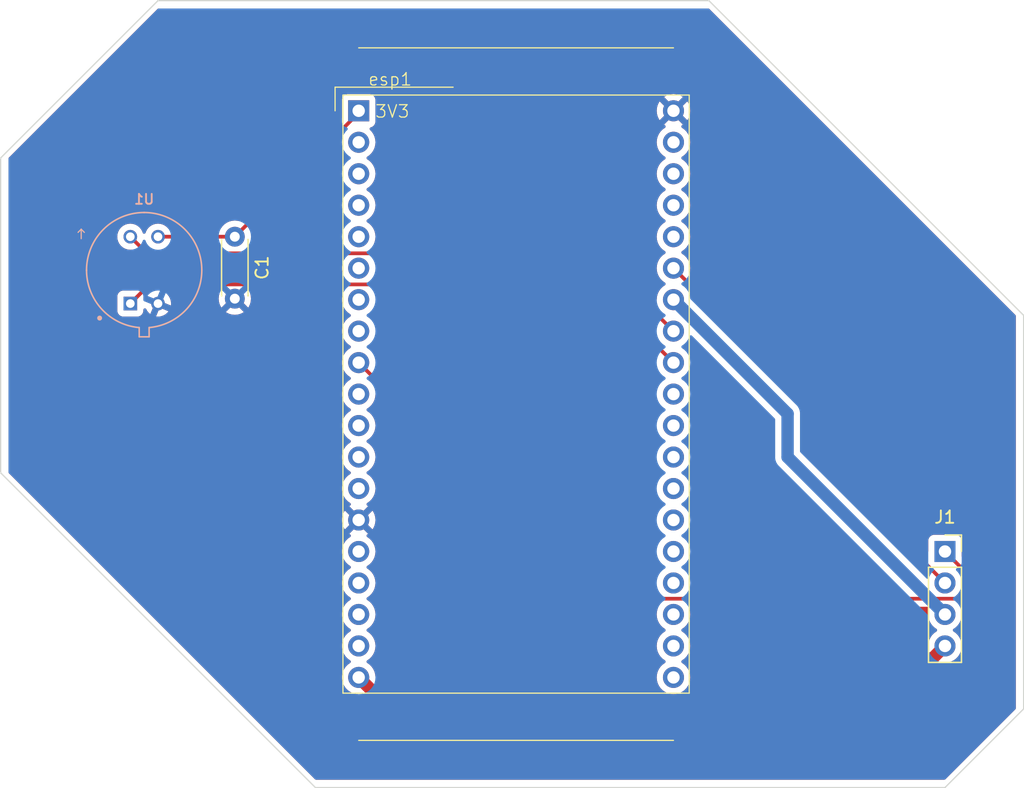
<source format=kicad_pcb>
(kicad_pcb (version 20221018) (generator pcbnew)
  (layers (0 "F.Cu" signal) (31 "B.Cu" signal) (34 "B.Paste" user) (35 "F.Paste" user) (36 "B.SilkS" user "B.Silkscreen") (37 "F.SilkS" user "F.Silkscreen") (38 "B.Mask" user) (39 "F.Mask" user) (44 "Edge.Cuts" user))
  (net 0 "")
  (net 1 "+3.3V")
  (net 2 "GND")
  (net 3 "MLX_SCL")
  (net 4 "MLX_SDA")
  (net 5 "BatteryLevel")
  (net 6 "BatteryLatch")
  (net 7 "GND1")
  (net 8 "+5V")
  (footprint "Library:AZdelivery_nodemcu_esp32" (layer "F.Cu") (at 139.7 83.82)
    (fp_text reference "esp1" (at -10.16 -22.86 unlocked) (layer "F.SilkS") (effects (font (thickness 0.1))))
    (fp_text value "~")
    (fp_text user "3V3" (at -11.43 -19.685 unlocked) (layer "F.SilkS") (effects (font (thickness 0.1)) (justify left bottom)))
    (fp_line (start -14.605 -22.225) (end -14.605 -20.32) (stroke (width 0.1)) (layer "F.SilkS"))
    (fp_line (start -13.97 -21.59) (end -13.97 26.67) (stroke (width 0.1)) (layer "F.SilkS"))
    (fp_line (start -13.97 26.67) (end 13.97 26.67) (stroke (width 0.1)) (layer "F.SilkS"))
    (fp_line (start -5.08 -22.225) (end -14.605 -22.225) (stroke (width 0.1)) (layer "F.SilkS"))
    (fp_line (start 12.7 -25.4) (end -12.7 -25.4) (stroke (width 0.1)) (layer "F.SilkS"))
    (fp_line (start 12.7 30.48) (end -12.7 30.48) (stroke (width 0.1)) (layer "F.SilkS"))
    (fp_line (start 13.97 -21.59) (end -13.97 -21.59) (stroke (width 0.1)) (layer "F.SilkS"))
    (fp_line (start 13.97 26.67) (end 13.97 -21.59) (stroke (width 0.1)) (layer "F.SilkS"))
    (pad "1" thru_hole rect (at -12.7 -20.32) (size 1.7 1.7) (drill 1) (layers "*.Cu" "*.Mask") (net 1 "+3.3V"))
    (pad "2" thru_hole circle (at -12.7 -17.78) (size 1.7 1.7) (drill 1) (layers "*.Cu" "*.Mask"))
    (pad "3" thru_hole circle (at -12.7 -15.24) (size 1.7 1.7) (drill 1) (layers "*.Cu" "*.Mask"))
    (pad "4" thru_hole circle (at -12.7 -12.7) (size 1.7 1.7) (drill 1) (layers "*.Cu" "*.Mask"))
    (pad "5" thru_hole circle (at -12.7 -10.16) (size 1.7 1.7) (drill 1) (layers "*.Cu" "*.Mask"))
    (pad "6" thru_hole circle (at -12.7 -7.62) (size 1.7 1.7) (drill 1) (layers "*.Cu" "*.Mask"))
    (pad "7" thru_hole circle (at -12.7 -5.08) (size 1.7 1.7) (drill 1) (layers "*.Cu" "*.Mask"))
    (pad "8" thru_hole circle (at -12.7 -2.54) (size 1.7 1.7) (drill 1) (layers "*.Cu" "*.Mask"))
    (pad "9" thru_hole circle (at -12.7 0) (size 1.7 1.7) (drill 1) (layers "*.Cu" "*.Mask") (net 5 "BatteryLevel"))
    (pad "10" thru_hole circle (at -12.7 2.54) (size 1.7 1.7) (drill 1) (layers "*.Cu" "*.Mask"))
    (pad "11" thru_hole circle (at -12.7 5.08) (size 1.7 1.7) (drill 1) (layers "*.Cu" "*.Mask"))
    (pad "12" thru_hole circle (at -12.7 7.62) (size 1.7 1.7) (drill 1) (layers "*.Cu" "*.Mask"))
    (pad "13" thru_hole circle (at -12.7 10.16) (size 1.7 1.7) (drill 1) (layers "*.Cu" "*.Mask"))
    (pad "14" thru_hole circle (at -12.7 12.7) (size 1.7 1.7) (drill 1) (layers "*.Cu" "*.Mask") (net 2 "GND"))
    (pad "15" thru_hole circle (at -12.7 15.24) (size 1.7 1.7) (drill 1) (layers "*.Cu" "*.Mask"))
    (pad "16" thru_hole circle (at -12.7 17.78) (size 1.7 1.7) (drill 1) (layers "*.Cu" "*.Mask"))
    (pad "17" thru_hole circle (at -12.7 20.32) (size 1.7 1.7) (drill 1) (layers "*.Cu" "*.Mask"))
    (pad "18" thru_hole circle (at -12.7 22.86) (size 1.7 1.7) (drill 1) (layers "*.Cu" "*.Mask"))
    (pad "19" thru_hole circle (at -12.7 25.4) (size 1.7 1.7) (drill 1) (layers "*.Cu" "*.Mask") (net 8 "+5V"))
    (pad "20" thru_hole circle (at 12.7 -20.32) (size 1.7 1.7) (drill 1) (layers "*.Cu" "*.Mask") (net 2 "GND"))
    (pad "21" thru_hole circle (at 12.7 -17.78) (size 1.7 1.7) (drill 1) (layers "*.Cu" "*.Mask"))
    (pad "22" thru_hole circle (at 12.7 -15.24) (size 1.7 1.7) (drill 1) (layers "*.Cu" "*.Mask"))
    (pad "23" thru_hole circle (at 12.7 -12.7) (size 1.7 1.7) (drill 1) (layers "*.Cu" "*.Mask"))
    (pad "24" thru_hole circle (at 12.7 -10.16) (size 1.7 1.7) (drill 1) (layers "*.Cu" "*.Mask"))
    (pad "25" thru_hole circle (at 12.7 -7.62) (size 1.7 1.7) (drill 1) (layers "*.Cu" "*.Mask") (net 6 "BatteryLatch"))
    (pad "26" thru_hole circle (at 12.7 -5.08) (size 1.7 1.7) (drill 1) (layers "*.Cu" "*.Mask") (net 7 "GND1"))
    (pad "27" thru_hole circle (at 12.7 -2.54) (size 1.7 1.7) (drill 1) (layers "*.Cu" "*.Mask") (net 4 "MLX_SDA"))
    (pad "28" thru_hole circle (at 12.7 0) (size 1.7 1.7) (drill 1) (layers "*.Cu" "*.Mask") (net 3 "MLX_SCL"))
    (pad "29" thru_hole circle (at 12.7 2.54) (size 1.7 1.7) (drill 1) (layers "*.Cu" "*.Mask"))
    (pad "30" thru_hole circle (at 12.7 5.08) (size 1.7 1.7) (drill 1) (layers "*.Cu" "*.Mask"))
    (pad "31" thru_hole circle (at 12.7 7.62) (size 1.7 1.7) (drill 1) (layers "*.Cu" "*.Mask"))
    (pad "32" thru_hole circle (at 12.7 10.16) (size 1.7 1.7) (drill 1) (layers "*.Cu" "*.Mask"))
    (pad "33" thru_hole circle (at 12.7 12.7) (size 1.7 1.7) (drill 1) (layers "*.Cu" "*.Mask"))
    (pad "34" thru_hole circle (at 12.7 15.24) (size 1.7 1.7) (drill 1) (layers "*.Cu" "*.Mask"))
    (pad "35" thru_hole circle (at 12.7 17.78) (size 1.7 1.7) (drill 1) (layers "*.Cu" "*.Mask"))
    (pad "36" thru_hole circle (at 12.7 20.32) (size 1.7 1.7) (drill 1) (layers "*.Cu" "*.Mask"))
    (pad "37" thru_hole circle (at 12.7 22.86) (size 1.7 1.7) (drill 1) (layers "*.Cu" "*.Mask"))
    (pad "38" thru_hole circle (at 12.7 25.4) (size 1.7 1.7) (drill 1) (layers "*.Cu" "*.Mask"))
  )
  (footprint "Connector_PinSocket_2.54mm:PinSocket_1x04_P2.54mm_Vertical" (layer "F.Cu") (at 174.3075 99.06)
    (fp_text reference "J1" (at 0 -2.77) (layer "F.SilkS"))
    (fp_text value "Conn_01x04")
    (fp_line (start -1.33 1.27) (end -1.33 8.95) (stroke (width 0.12)) (layer "F.SilkS"))
    (fp_line (start -1.33 1.27) (end 1.33 1.27) (stroke (width 0.12)) (layer "F.SilkS"))
    (fp_line (start -1.33 8.95) (end 1.33 8.95) (stroke (width 0.12)) (layer "F.SilkS"))
    (fp_line (start 0 -1.33) (end 1.33 -1.33) (stroke (width 0.12)) (layer "F.SilkS"))
    (fp_line (start 1.33 -1.33) (end 1.33 0) (stroke (width 0.12)) (layer "F.SilkS"))
    (fp_line (start 1.33 1.27) (end 1.33 8.95) (stroke (width 0.12)) (layer "F.SilkS"))
    (pad "1" thru_hole rect (at 0 0) (size 1.7 1.7) (drill 1) (layers "*.Cu" "*.Mask") (net 5 "BatteryLevel"))
    (pad "2" thru_hole oval (at 0 2.54) (size 1.7 1.7) (drill 1) (layers "*.Cu" "*.Mask") (net 6 "BatteryLatch"))
    (pad "3" thru_hole oval (at 0 5.08) (size 1.7 1.7) (drill 1) (layers "*.Cu" "*.Mask") (net 7 "GND1"))
    (pad "4" thru_hole oval (at 0 7.62) (size 1.7 1.7) (drill 1) (layers "*.Cu" "*.Mask") (net 8 "+5V"))
  )
  (footprint "Capacitor_THT:C_Disc_D4.3mm_W1.9mm_P5.00mm" (layer "F.Cu") (at 117.004934 73.66 -90)
    (fp_text reference "C1" (at 2.5 -2.2 90) (layer "F.SilkS"))
    (fp_text value "C_Polarized")
    (fp_line (start 0.23 -1.07) (end 0.23 -1.055) (stroke (width 0.12)) (layer "F.SilkS"))
    (fp_line (start 0.23 -1.07) (end 4.77 -1.07) (stroke (width 0.12)) (layer "F.SilkS"))
    (fp_line (start 0.23 1.055) (end 0.23 1.07) (stroke (width 0.12)) (layer "F.SilkS"))
    (fp_line (start 0.23 1.07) (end 4.77 1.07) (stroke (width 0.12)) (layer "F.SilkS"))
    (fp_line (start 4.77 -1.07) (end 4.77 -1.055) (stroke (width 0.12)) (layer "F.SilkS"))
    (fp_line (start 4.77 1.055) (end 4.77 1.07) (stroke (width 0.12)) (layer "F.SilkS"))
    (pad "1" thru_hole circle (at 0 0 270) (size 1.6 1.6) (drill 0.8) (layers "*.Cu" "*.Mask") (net 1 "+3.3V"))
    (pad "2" thru_hole circle (at 5 0 270) (size 1.6 1.6) (drill 0.8) (layers "*.Cu" "*.Mask") (net 2 "GND"))
  )
  (footprint "Library:TO292P930H600-4" (layer "B.Cu") (at 109.690066 76.357725 180)
    (fp_text reference "U1" (at 0 5.715) (layer "B.SilkS") (effects (font (size 0.8 0.8)) (justify mirror)))
    (fp_text value "MLX90621ESF-BAB-000-SP")
    (fp_line (start -0.400003 -5.379993) (end 0.400001 -5.380002) (stroke (width 0.127)) (layer "B.SilkS"))
    (fp_line (start -0.400002 -4.6335) (end -0.400003 -5.379993) (stroke (width 0.127)) (layer "B.SilkS"))
    (fp_line (start 0.400001 -5.380002) (end 0.399996 -4.633496) (stroke (width 0.127)) (layer "B.SilkS"))
    (fp_line (start 4.826 3.048) (end 5.08 3.302) (stroke (width 0.1)) (layer "B.SilkS"))
    (fp_line (start 5.08 2.54) (end 5.08 3.302) (stroke (width 0.1)) (layer "B.SilkS"))
    (fp_line (start 5.08 3.302) (end 5.334 3.048) (stroke (width 0.1)) (layer "B.SilkS"))
    (fp_arc (start -4.649997 0.000007) (mid -3.426625 -3.143745) (end -0.400002 -4.6335) (stroke (width 0.127)) (layer "B.SilkS"))
    (fp_arc (start 0.000008 4.649997) (mid -3.288039 3.28805) (end -4.649997 0.000008) (stroke (width 0.127)) (layer "B.SilkS"))
    (fp_arc (start 0.399995 -4.633496) (mid 3.426522 -3.143664) (end 4.649997 -0.000008) (stroke (width 0.127)) (layer "B.SilkS"))
    (fp_arc (start 4.649997 -0.000008) (mid 3.28805 3.288039) (end 0.000008 4.649997) (stroke (width 0.127)) (layer "B.SilkS"))
    (fp_circle (center 3.592718 -3.869415) (end 3.50033 -3.831147) (stroke (width 0.2)) (fill none) (layer "B.SilkS"))
    (pad "1" thru_hole rect (at 1.117434 -2.697725) (size 1.1 1.1) (drill 0.7) (layers "*.Cu" "*.Mask") (net 3 "MLX_SCL"))
    (pad "2" thru_hole circle (at 1.117436 2.697728 22.5) (size 1.1 1.1) (drill 0.7) (layers "*.Cu" "*.Mask") (net 4 "MLX_SDA"))
    (pad "3" thru_hole circle (at -1.117434 2.697725 22.5) (size 1.1 1.1) (drill 0.7) (layers "*.Cu" "*.Mask") (net 1 "+3.3V"))
    (pad "4" thru_hole circle (at -1.117436 -2.697728 22.5) (size 1.1 1.1) (drill 0.7) (layers "*.Cu" "*.Mask") (net 2 "GND"))
  )
  (gr_line (start 110.8075 54.61) (end 155.2575 54.61) (stroke (width 0.1)) (layer "Edge.Cuts"))
  (gr_line (start 155.2575 54.61) (end 180.6575 80.01) (stroke (width 0.1)) (layer "Edge.Cuts"))
  (gr_line (start 98.1075 92.71) (end 98.1075 67.31) (stroke (width 0.1)) (layer "Edge.Cuts"))
  (gr_line (start 180.6575 111.76) (end 174.3075 118.11) (stroke (width 0.1)) (layer "Edge.Cuts"))
  (gr_line (start 174.3075 118.11) (end 123.5075 118.11) (stroke (width 0.1)) (layer "Edge.Cuts"))
  (gr_line (start 180.6575 80.01) (end 180.6575 111.76) (stroke (width 0.1)) (layer "Edge.Cuts"))
  (gr_line (start 123.5075 118.11) (end 98.1075 92.71) (stroke (width 0.1)) (layer "Edge.Cuts"))
  (gr_line (start 98.1075 67.31) (end 110.8075 54.61) (stroke (width 0.1)) (layer "Edge.Cuts"))
  (segment (start 127 63.5) (end 127 63.664934) (width 0.3) (layer "F.Cu") (net 1))
  (segment (start 110.8075 73.66) (end 117.004934 73.66) (width 0.3) (layer "F.Cu") (net 1))
  (segment (start 127 63.664934) (end 117.004934 73.66) (width 0.3) (layer "F.Cu") (net 1))
  (segment (start 137.5825 77.51) (end 136.211775 77.51) (width 0.3) (layer "F.Cu") (net 3))
  (segment (start 152.4 83.82) (end 146.09 77.51) (width 0.3) (layer "F.Cu") (net 3))
  (segment (start 137.8825 76.88715) (end 137.8825 77.21) (width 0.3) (layer "F.Cu") (net 3))
  (segment (start 146.09 77.51) (end 139.3825 77.51) (width 0.3) (layer "F.Cu") (net 3))
  (segment (start 136.211775 77.51) (end 110.118082 77.51) (width 0.3) (layer "F.Cu") (net 3))
  (segment (start 138.4825 77.81) (end 138.4825 76.88715) (width 0.3) (layer "F.Cu") (net 3))
  (segment (start 139.0825 77.81) (end 139.0825 78.132848) (width 0.3) (layer "F.Cu") (net 3))
  (segment (start 138.4825 78.132848) (end 138.4825 77.81) (width 0.3) (layer "F.Cu") (net 3))
  (segment (start 110.118082 77.51) (end 108.572632 79.05545) (width 0.3) (layer "F.Cu") (net 3))
  (arc (start 139.0825 78.132848) (mid 138.994632 78.34498) (end 138.7825 78.432848) (width 0.3) (layer "F.Cu") (net 3))
  (arc (start 137.8825 77.21) (mid 137.794632 77.422132) (end 137.5825 77.51) (width 0.3) (layer "F.Cu") (net 3))
  (arc (start 138.4825 76.88715) (mid 138.394632 76.675018) (end 138.1825 76.58715) (width 0.3) (layer "F.Cu") (net 3))
  (arc (start 138.7825 78.432848) (mid 138.570368 78.34498) (end 138.4825 78.132848) (width 0.3) (layer "F.Cu") (net 3))
  (arc (start 139.3825 77.51) (mid 139.170368 77.597868) (end 139.0825 77.81) (width 0.3) (layer "F.Cu") (net 3))
  (arc (start 138.1825 76.58715) (mid 137.970368 76.675018) (end 137.8825 76.88715) (width 0.3) (layer "F.Cu") (net 3))
  (segment (start 146.12 75) (end 139.3825 75) (width 0.3) (layer "F.Cu") (net 4))
  (segment (start 137.5825 75) (end 129.811167 75) (width 0.3) (layer "F.Cu") (net 4))
  (segment (start 138.4825 75.647233) (end 138.4825 75.3) (width 0.3) (layer "F.Cu") (net 4))
  (segment (start 138.4825 75.3) (end 138.4825 74.352767) (width 0.3) (layer "F.Cu") (net 4))
  (segment (start 129.811167 75) (end 109.912633 75) (width 0.3) (layer "F.Cu") (net 4))
  (segment (start 137.8825 74.352767) (end 137.8825 74.7) (width 0.3) (layer "F.Cu") (net 4))
  (segment (start 109.912633 75) (end 108.57263 73.659997) (width 0.3) (layer "F.Cu") (net 4))
  (segment (start 152.4 81.28) (end 146.12 75) (width 0.3) (layer "F.Cu") (net 4))
  (segment (start 139.0825 75.3) (end 139.0825 75.647233) (width 0.3) (layer "F.Cu") (net 4))
  (arc (start 139.0825 75.647233) (mid 138.994632 75.859365) (end 138.7825 75.947233) (width 0.3) (layer "F.Cu") (net 4))
  (arc (start 138.1825 74.052767) (mid 137.970368 74.140635) (end 137.8825 74.352767) (width 0.3) (layer "F.Cu") (net 4))
  (arc (start 137.8825 74.7) (mid 137.794632 74.912132) (end 137.5825 75) (width 0.3) (layer "F.Cu") (net 4))
  (arc (start 138.7825 75.947233) (mid 138.570368 75.859365) (end 138.4825 75.647233) (width 0.3) (layer "F.Cu") (net 4))
  (arc (start 139.3825 75) (mid 139.170368 75.087868) (end 139.0825 75.3) (width 0.3) (layer "F.Cu") (net 4))
  (arc (start 138.4825 74.352767) (mid 138.394632 74.140635) (end 138.1825 74.052767) (width 0.3) (layer "F.Cu") (net 4))
  (segment (start 146.05 102.87) (end 127 83.82) (width 0.3) (layer "F.Cu") (net 5))
  (segment (start 174.3075 99.06) (end 176.2125 100.965) (width 0.3) (layer "F.Cu") (net 5))
  (segment (start 176.2125 100.965) (end 176.2125 102.235) (width 0.3) (layer "F.Cu") (net 5))
  (segment (start 175.5775 102.87) (end 146.05 102.87) (width 0.3) (layer "F.Cu") (net 5))
  (segment (start 176.2125 102.235) (end 175.5775 102.87) (width 0.3) (layer "F.Cu") (net 5))
  (segment (start 162.8775 90.17) (end 162.8775 86.6775) (width 0.3) (layer "F.Cu") (net 6))
  (segment (start 162.8775 86.6775) (end 152.4 76.2) (width 0.3) (layer "F.Cu") (net 6))
  (segment (start 174.3075 101.6) (end 162.8775 90.17) (width 0.3) (layer "F.Cu") (net 6))
  (segment (start 161.6075 87.9475) (end 152.4 78.74) (width 1) (layer "B.Cu") (net 7))
  (segment (start 174.3075 104.14) (end 161.6075 91.44) (width 1) (layer "B.Cu") (net 7))
  (segment (start 161.6075 91.44) (end 161.6075 87.9475) (width 1) (layer "B.Cu") (net 7))
  (segment (start 166.6875 114.3) (end 132.08 114.3) (width 1) (layer "F.Cu") (net 8))
  (segment (start 132.08 114.3) (end 127 109.22) (width 1) (layer "F.Cu") (net 8))
  (segment (start 174.3075 106.68) (end 166.6875 114.3) (width 1) (layer "F.Cu") (net 8))
  (zone (net 2) (net_name "GND") (layers "F&B.Cu") (connect_pads (clearance 0.5)) (min_thickness 0.25) (fill yes (thermal_gap 0.5) (thermal_bridge_width 0.5))
    (polygon (pts (xy 180.0225 80.01) (xy 155.2575 55.245) (xy 110.8075 55.245) (xy 98.7425 67.31) (xy 98.7425 92.71) (xy 123.5075 117.475) (xy 174.3075 117.475) (xy 180.0225 111.76)))
  )
)
</source>
